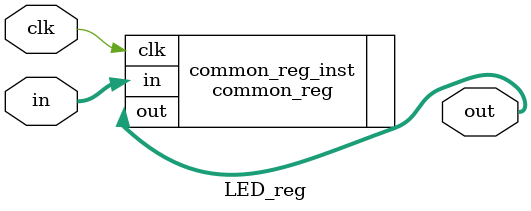
<source format=sv>
module LED_reg#(parameter integer WIDTH=16)(clk,in,out);
	input				clk;
	input[WIDTH-1:0]		in;
	output[WIDTH-1:0]	out;
	common_reg#(WIDTH) common_reg_inst(.clk(clk),.in(in),.out(out));
endmodule
</source>
